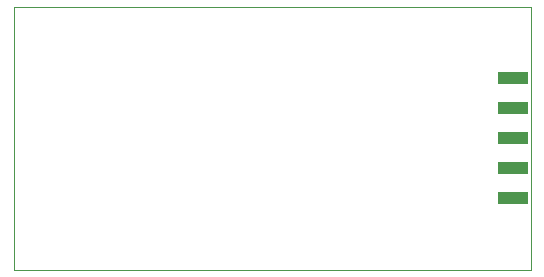
<source format=gbr>
G04 #@! TF.GenerationSoftware,KiCad,Pcbnew,(5.1.4)-1*
G04 #@! TF.CreationDate,2020-07-21T12:04:11+10:00*
G04 #@! TF.ProjectId,STLink2,53544c69-6e6b-4322-9e6b-696361645f70,rev?*
G04 #@! TF.SameCoordinates,Original*
G04 #@! TF.FileFunction,Paste,Bot*
G04 #@! TF.FilePolarity,Positive*
%FSLAX46Y46*%
G04 Gerber Fmt 4.6, Leading zero omitted, Abs format (unit mm)*
G04 Created by KiCad (PCBNEW (5.1.4)-1) date 2020-07-21 12:04:11*
%MOMM*%
%LPD*%
G04 APERTURE LIST*
%ADD10C,0.100000*%
%ADD11R,2.540000X1.000000*%
G04 APERTURE END LIST*
D10*
X43180000Y-41910000D02*
X43180000Y-42545000D01*
X43180000Y-46990000D02*
X43180000Y-41910000D01*
X86995000Y-46990000D02*
X43180000Y-46990000D01*
X86995000Y-24765000D02*
X86995000Y-46990000D01*
X43180000Y-24765000D02*
X86995000Y-24765000D01*
X43180000Y-42545000D02*
X43180000Y-24765000D01*
D11*
G04 #@! TO.C,J2*
X85471000Y-30734000D03*
X85471000Y-33274000D03*
X85471000Y-35814000D03*
X85471000Y-38354000D03*
X85471000Y-40894000D03*
G04 #@! TD*
M02*

</source>
